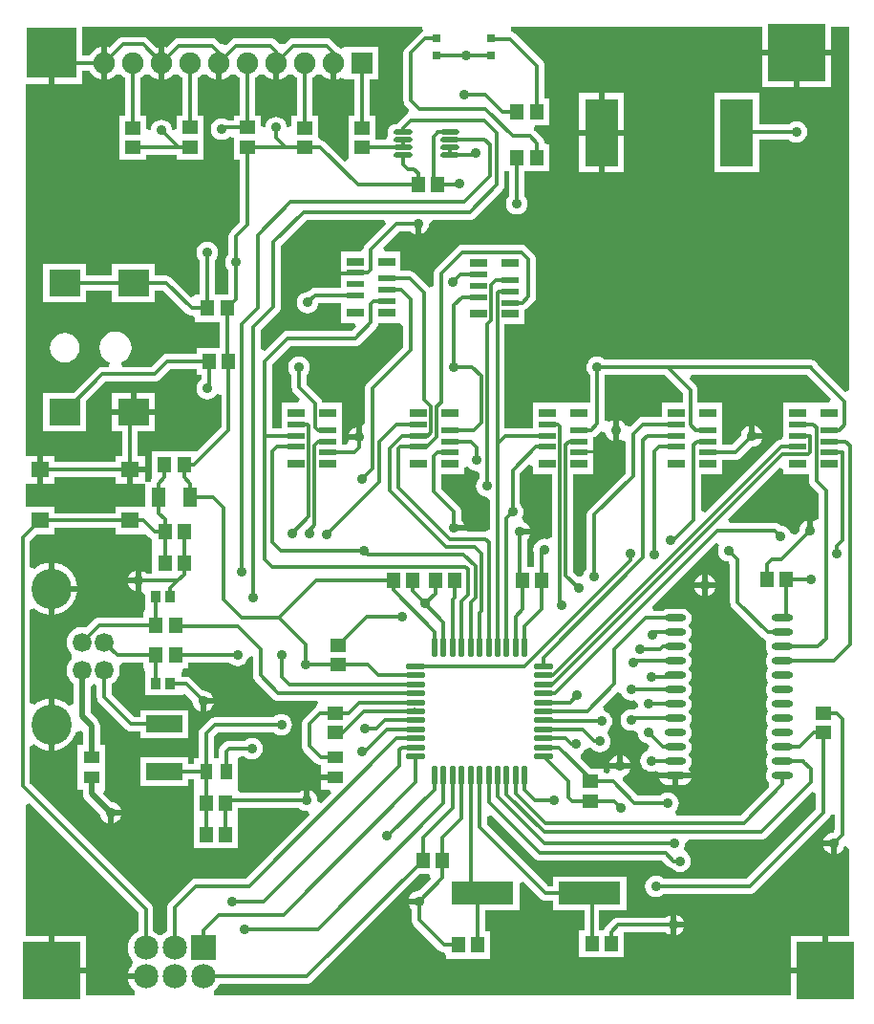
<source format=gtl>
G04 Layer_Physical_Order=1*
G04 Layer_Color=255*
%FSAX24Y24*%
%MOIN*%
G70*
G01*
G75*
%ADD10O,0.0669X0.0177*%
%ADD11R,0.0630X0.0551*%
%ADD12R,0.0315X0.0315*%
%ADD13R,0.1181X0.2362*%
%ADD14R,0.0591X0.0236*%
%ADD15R,0.0591X0.0315*%
%ADD16R,0.0472X0.0551*%
%ADD17O,0.0748X0.0236*%
%ADD18O,0.0689X0.0217*%
%ADD19O,0.0217X0.0689*%
%ADD20R,0.0453X0.0551*%
%ADD21R,0.0551X0.0453*%
%ADD22R,0.0453X0.0532*%
%ADD23R,0.1102X0.0945*%
%ADD24R,0.0512X0.0669*%
%ADD25R,0.2165X0.0787*%
%ADD26R,0.0551X0.0472*%
%ADD27R,0.0559X0.0445*%
%ADD28R,0.0445X0.0559*%
%ADD29R,0.0354X0.0394*%
%ADD30R,0.1260X0.0591*%
%ADD31C,0.0120*%
%ADD32C,0.0200*%
%ADD33C,0.0662*%
%ADD34C,0.1410*%
%ADD35C,0.0750*%
%ADD36R,0.0750X0.0750*%
%ADD37C,0.0850*%
%ADD38R,0.0850X0.0850*%
%ADD39R,0.1750X0.1750*%
%ADD40R,0.2000X0.2000*%
%ADD41C,0.0350*%
G36*
X033538Y031641D02*
Y031307D01*
X032805D01*
Y030819D01*
X032156D01*
X032156Y030819D01*
X032088Y030810D01*
X032025Y030783D01*
X031971Y030742D01*
X031971Y030742D01*
X031708Y030479D01*
X031698Y030476D01*
X031536Y030519D01*
X031528Y030539D01*
X031467Y030617D01*
X031389Y030678D01*
X031300Y030714D01*
Y030350D01*
Y029986D01*
X031389Y030022D01*
X031538Y029947D01*
Y028859D01*
X030265Y027585D01*
X030223Y027531D01*
X030197Y027468D01*
X030188Y027400D01*
X030188Y027400D01*
Y025521D01*
X030183Y025517D01*
X030122Y025439D01*
X030085Y025348D01*
X030084Y025342D01*
X030029Y025262D01*
X029875Y025246D01*
X029722Y025399D01*
Y028821D01*
X030398D01*
Y029254D01*
Y029536D01*
X029902D01*
Y029648D01*
X030398D01*
Y029648D01*
Y030103D01*
X030418Y030106D01*
X030481Y030132D01*
X030535Y030174D01*
X030675Y030314D01*
X030834Y030260D01*
X030835Y030252D01*
X030872Y030161D01*
X030933Y030083D01*
X031011Y030022D01*
X031100Y029986D01*
Y030350D01*
Y030714D01*
X031011Y030678D01*
X030972Y030647D01*
X030843Y030695D01*
X030822Y030713D01*
Y032269D01*
X030827Y032273D01*
X030831Y032278D01*
X032901D01*
X033538Y031641D01*
D02*
G37*
G36*
X037055Y028988D02*
Y028821D01*
X037938D01*
Y028590D01*
X037938Y028590D01*
X037947Y028522D01*
X037973Y028459D01*
X038015Y028405D01*
X038268Y028151D01*
Y027281D01*
X038243Y027252D01*
X038118Y027189D01*
X038080Y027204D01*
Y026840D01*
X037880D01*
Y027204D01*
X037791Y027168D01*
X037713Y027107D01*
X037652Y027029D01*
X037615Y026938D01*
X037602Y026840D01*
X037603Y026833D01*
X037473Y026703D01*
X037315Y026748D01*
X037278Y026839D01*
X037217Y026917D01*
X037139Y026978D01*
X037048Y027015D01*
X036950Y027028D01*
X036943Y027027D01*
X036935Y027035D01*
X036881Y027077D01*
X036818Y027103D01*
X036750Y027112D01*
X036750Y027112D01*
X035179D01*
X035122Y027251D01*
X036916Y029045D01*
X037055Y028988D01*
D02*
G37*
G36*
X038714Y031446D02*
X038657Y031307D01*
X038157D01*
X038157Y031307D01*
X038045D01*
Y031307D01*
X038007Y031307D01*
X037055D01*
Y030593D01*
Y030142D01*
X036969Y030031D01*
X036901Y030022D01*
X036838Y029996D01*
X036783Y029954D01*
X036783Y029954D01*
X034321Y027492D01*
X034182Y027549D01*
Y028821D01*
X034898D01*
Y029310D01*
X035372D01*
X035372Y029310D01*
X035440Y029319D01*
X035503Y029345D01*
X035557Y029387D01*
X035943Y029773D01*
X035950Y029772D01*
X036048Y029785D01*
X036139Y029822D01*
X036217Y029883D01*
X036278Y029961D01*
X036314Y030050D01*
X035950D01*
Y030150D01*
X035850D01*
Y030514D01*
X035761Y030478D01*
X035683Y030417D01*
X035622Y030339D01*
X035585Y030248D01*
X035572Y030150D01*
X035573Y030143D01*
X035263Y029834D01*
X034898D01*
Y030041D01*
Y030593D01*
Y031307D01*
X034062D01*
Y031750D01*
X034062Y031750D01*
X034053Y031818D01*
X034027Y031881D01*
X033985Y031935D01*
X033985Y031935D01*
X033781Y032140D01*
X033839Y032278D01*
X037882D01*
X038714Y031446D01*
D02*
G37*
G36*
X023178Y037549D02*
X022465Y036835D01*
X022423Y036781D01*
X022397Y036718D01*
X022388Y036650D01*
X022265Y036585D01*
X021602D01*
Y035870D01*
Y035870D01*
X022098D01*
Y035759D01*
X021602D01*
Y035516D01*
Y035309D01*
X020697D01*
X020697Y035309D01*
X020629Y035300D01*
X020566Y035274D01*
X020511Y035232D01*
X020511Y035232D01*
X020457Y035177D01*
X020450Y035178D01*
X020352Y035165D01*
X020261Y035128D01*
X020183Y035067D01*
X020122Y034989D01*
X020085Y034898D01*
X020072Y034800D01*
X020085Y034702D01*
X020122Y034611D01*
X020183Y034533D01*
X020261Y034472D01*
X020352Y034435D01*
X020450Y034422D01*
X020548Y034435D01*
X020639Y034472D01*
X020717Y034533D01*
X020778Y034611D01*
X020815Y034702D01*
X020826Y034785D01*
X021602D01*
Y034099D01*
X022082D01*
X022139Y033960D01*
X021991Y033812D01*
X019750D01*
X019750Y033812D01*
X019682Y033803D01*
X019619Y033777D01*
X019565Y033735D01*
X019565Y033735D01*
X018951Y033122D01*
X018812Y033179D01*
Y033841D01*
X019435Y034465D01*
X019435Y034465D01*
X019477Y034519D01*
X019503Y034582D01*
X019512Y034650D01*
Y036791D01*
X020409Y037688D01*
X023121D01*
X023178Y037549D01*
D02*
G37*
G36*
X023695Y034099D02*
X023788Y033987D01*
Y033259D01*
X022515Y031985D01*
X022473Y031931D01*
X022447Y031868D01*
X022438Y031800D01*
X022438Y031800D01*
Y030573D01*
X022350Y030515D01*
Y030100D01*
X022250D01*
Y030000D01*
X021886D01*
X021892Y029984D01*
X021805Y029838D01*
X021799Y029834D01*
X021648D01*
Y030041D01*
Y030593D01*
Y031307D01*
X020967D01*
X020960Y031361D01*
X020934Y031424D01*
X020893Y031478D01*
X020893Y031478D01*
X020412Y031959D01*
Y032279D01*
X020417Y032283D01*
X020478Y032361D01*
X020515Y032452D01*
X020528Y032550D01*
X020515Y032648D01*
X020478Y032739D01*
X020417Y032817D01*
X020339Y032878D01*
X020248Y032915D01*
X020150Y032928D01*
X020052Y032915D01*
X019961Y032878D01*
X019883Y032817D01*
X019822Y032739D01*
X019785Y032648D01*
X019772Y032550D01*
X019785Y032452D01*
X019822Y032361D01*
X019883Y032283D01*
X019888Y032279D01*
Y031850D01*
X019888Y031850D01*
X019897Y031782D01*
X019923Y031719D01*
X019965Y031665D01*
X020183Y031446D01*
X020126Y031307D01*
X019555D01*
Y030593D01*
Y030425D01*
X019212D01*
Y032641D01*
X019859Y033288D01*
X022100D01*
X022100Y033288D01*
X022168Y033297D01*
X022231Y033323D01*
X022285Y033365D01*
X022835Y033915D01*
X022835Y033915D01*
X022877Y033969D01*
X022903Y034032D01*
X022912Y034099D01*
X023695D01*
D02*
G37*
G36*
X026083Y029033D02*
X026161Y028972D01*
X026252Y028935D01*
X026350Y028922D01*
X026448Y028836D01*
Y028679D01*
X026433Y028667D01*
X026372Y028589D01*
X026335Y028498D01*
X026322Y028400D01*
X026335Y028302D01*
X026372Y028211D01*
X026433Y028133D01*
X026511Y028072D01*
X026602Y028035D01*
X026700Y028022D01*
X026805Y027884D01*
Y026924D01*
X026789Y026897D01*
X026660Y026802D01*
X026660Y026802D01*
X026047D01*
X026008Y026850D01*
X025550D01*
Y027050D01*
X025914D01*
X025878Y027139D01*
X025817Y027217D01*
X025812Y027221D01*
Y027500D01*
X025803Y027568D01*
X025777Y027631D01*
X025735Y027685D01*
X025735Y027685D01*
X025112Y028309D01*
Y028821D01*
X025898D01*
Y029040D01*
X025902Y029042D01*
X026048Y029078D01*
X026083Y029033D01*
D02*
G37*
G36*
X038188Y017675D02*
Y017139D01*
X035761Y014712D01*
X032871D01*
X032867Y014717D01*
X032789Y014778D01*
X032698Y014815D01*
X032600Y014828D01*
X032502Y014815D01*
X032411Y014778D01*
X032333Y014717D01*
X032272Y014639D01*
X032235Y014548D01*
X032222Y014450D01*
X032235Y014352D01*
X032272Y014261D01*
X032333Y014183D01*
X032411Y014122D01*
X032502Y014085D01*
X032600Y014072D01*
X032698Y014085D01*
X032789Y014122D01*
X032867Y014183D01*
X032871Y014188D01*
X035870D01*
X035870Y014188D01*
X035938Y014197D01*
X036001Y014223D01*
X036055Y014265D01*
X038635Y016845D01*
X038677Y016899D01*
X038703Y016962D01*
X038848Y016935D01*
Y016475D01*
X038820Y016328D01*
X038722Y016315D01*
X038631Y016278D01*
X038553Y016217D01*
X038492Y016139D01*
X038456Y016050D01*
X038820D01*
Y015950D01*
X038920D01*
Y015586D01*
X039009Y015622D01*
X039087Y015683D01*
X039148Y015761D01*
X039185Y015852D01*
X039200Y015857D01*
X039350Y015745D01*
Y012700D01*
X038600D01*
Y011500D01*
X038500D01*
Y011400D01*
X037300D01*
Y010650D01*
X017223D01*
X017196Y010697D01*
X017176Y010800D01*
X017244Y010856D01*
X017322Y010951D01*
X017369Y011038D01*
X020415D01*
X020415Y011038D01*
X020483Y011047D01*
X020546Y011073D01*
X020601Y011115D01*
X024361Y014874D01*
X024691D01*
X024754Y014724D01*
X024337Y014307D01*
X024330Y014308D01*
X024232Y014295D01*
X024141Y014258D01*
X024063Y014197D01*
X024002Y014119D01*
X023966Y014030D01*
X024330D01*
Y013830D01*
X023966D01*
X024002Y013741D01*
X024063Y013663D01*
X024068Y013659D01*
Y013270D01*
X024068Y013270D01*
X024077Y013202D01*
X024103Y013139D01*
X024145Y013085D01*
X025015Y012215D01*
X025015Y012215D01*
X025069Y012173D01*
X025132Y012147D01*
X025200Y012138D01*
X025264Y012015D01*
Y011924D01*
X026806D01*
Y012876D01*
X026632D01*
Y013606D01*
X027833D01*
Y014550D01*
X027971Y014608D01*
X028565Y014015D01*
X028565Y014015D01*
X028619Y013973D01*
X028682Y013947D01*
X028750Y013938D01*
X028750Y013938D01*
X029007D01*
Y013606D01*
X030103D01*
Y012926D01*
X029929D01*
Y011974D01*
X031471D01*
Y012838D01*
X032949D01*
X032953Y012833D01*
X033031Y012772D01*
X033120Y012736D01*
Y013100D01*
Y013464D01*
X033031Y013428D01*
X032953Y013367D01*
X032949Y013362D01*
X031280D01*
X031280Y013362D01*
X031212Y013353D01*
X031149Y013327D01*
X031095Y013285D01*
X031095Y013285D01*
X030849Y013040D01*
X030808Y012986D01*
X030783Y012926D01*
X030628D01*
Y013606D01*
X031573D01*
Y014794D01*
X029007D01*
Y014465D01*
X028857Y014463D01*
X026712Y016609D01*
Y016871D01*
X026851Y016928D01*
X028365Y015415D01*
X028365Y015415D01*
X028419Y015373D01*
X028482Y015347D01*
X028550Y015338D01*
X032821D01*
X033015Y015145D01*
X033015Y015145D01*
X033069Y015103D01*
X033132Y015077D01*
X033176Y015071D01*
X033183Y015063D01*
X033261Y015002D01*
X033352Y014965D01*
X033450Y014952D01*
X033548Y014965D01*
X033639Y015002D01*
X033717Y015063D01*
X033778Y015141D01*
X033815Y015232D01*
X033828Y015330D01*
X033815Y015428D01*
X033778Y015519D01*
X033717Y015597D01*
X033669Y015634D01*
X033578Y015761D01*
X033615Y015852D01*
X033628Y015950D01*
X033752Y016088D01*
X036280D01*
X036280Y016088D01*
X036348Y016097D01*
X036411Y016123D01*
X036465Y016165D01*
X038038Y017737D01*
X038188Y017675D01*
D02*
G37*
G36*
X014538Y013541D02*
Y012869D01*
X014451Y012822D01*
X014356Y012744D01*
X014278Y012649D01*
X014220Y012540D01*
X014184Y012423D01*
X014172Y012300D01*
X014184Y012177D01*
X014220Y012060D01*
X014278Y011951D01*
X014316Y011905D01*
X014342Y011800D01*
X014316Y011695D01*
X014278Y011649D01*
X014220Y011540D01*
X014184Y011423D01*
X014182Y011400D01*
X014800D01*
Y011200D01*
X014182D01*
X014184Y011177D01*
X014220Y011060D01*
X014278Y010951D01*
X014356Y010856D01*
X014424Y010800D01*
X014404Y010697D01*
X014377Y010650D01*
X012700D01*
Y011400D01*
X011500D01*
Y011500D01*
X011400D01*
Y012700D01*
X010600D01*
Y017283D01*
X010739Y017341D01*
X014538Y013541D01*
D02*
G37*
G36*
X034823Y026340D02*
X034822Y026339D01*
X034785Y026248D01*
X034772Y026150D01*
X034785Y026052D01*
X034822Y025961D01*
X034883Y025883D01*
X034961Y025822D01*
X035052Y025785D01*
X035150Y025772D01*
X035188Y025631D01*
Y024350D01*
X035188Y024350D01*
X035197Y024282D01*
X035223Y024219D01*
X035265Y024165D01*
X036315Y023115D01*
X036315Y023115D01*
X036369Y023073D01*
X036380Y023068D01*
X036438Y023009D01*
X036458Y022892D01*
X036454Y022883D01*
X036443Y022800D01*
X036454Y022717D01*
X036486Y022640D01*
X036527Y022550D01*
X036486Y022460D01*
X036454Y022383D01*
X036443Y022300D01*
X036454Y022217D01*
X036486Y022140D01*
X036527Y022050D01*
X036486Y021960D01*
X036454Y021883D01*
X036443Y021800D01*
X036454Y021717D01*
X036486Y021640D01*
X036527Y021550D01*
X036486Y021460D01*
X036454Y021383D01*
X036443Y021300D01*
X036454Y021217D01*
X036486Y021140D01*
X036527Y021050D01*
X036486Y020960D01*
X036454Y020883D01*
X036443Y020800D01*
X036454Y020717D01*
X036486Y020640D01*
X036527Y020550D01*
X036486Y020460D01*
X036454Y020383D01*
X036443Y020300D01*
X036454Y020217D01*
X036486Y020140D01*
X036527Y020050D01*
X036486Y019960D01*
X036454Y019883D01*
X036443Y019800D01*
X036454Y019717D01*
X036486Y019640D01*
X036527Y019550D01*
X036486Y019460D01*
X036454Y019383D01*
X036443Y019300D01*
X036454Y019217D01*
X036486Y019140D01*
X036527Y019050D01*
X036486Y018960D01*
X036454Y018883D01*
X036443Y018800D01*
X036454Y018717D01*
X036486Y018640D01*
X036527Y018550D01*
X036486Y018460D01*
X036454Y018383D01*
X036443Y018300D01*
X036454Y018217D01*
X036486Y018140D01*
X036537Y018073D01*
X036544Y017895D01*
X035561Y016912D01*
X033325D01*
X033274Y017062D01*
X033287Y017073D01*
X033348Y017151D01*
X033385Y017242D01*
X033398Y017340D01*
X033385Y017438D01*
X033348Y017529D01*
X033287Y017607D01*
X033209Y017668D01*
X033118Y017705D01*
X033020Y017718D01*
X032922Y017705D01*
X032831Y017668D01*
X032753Y017607D01*
X032749Y017602D01*
X031969D01*
X031439Y018132D01*
X031442Y018192D01*
X031484Y018299D01*
X031539Y018322D01*
X031617Y018383D01*
X031678Y018461D01*
X031714Y018550D01*
X030986D01*
X031001Y018512D01*
X030938Y018387D01*
X030926Y018377D01*
X030776Y018405D01*
Y018536D01*
X030335D01*
X029969Y018902D01*
X029988Y019062D01*
X030001Y019082D01*
X030067Y019133D01*
X030128Y019211D01*
X030136Y019231D01*
X030172Y019255D01*
X030292Y019282D01*
X030312Y019278D01*
X030319Y019273D01*
X030367Y019253D01*
X030383Y019233D01*
X030461Y019172D01*
X030552Y019135D01*
X030650Y019122D01*
X030748Y019135D01*
X030839Y019172D01*
X030917Y019233D01*
X030978Y019311D01*
X031015Y019402D01*
X031028Y019500D01*
X031015Y019598D01*
X030978Y019689D01*
X030944Y019733D01*
X030923Y019787D01*
X030958Y019925D01*
X030967Y019933D01*
X031028Y020011D01*
X031065Y020102D01*
X031078Y020200D01*
X031065Y020298D01*
X031028Y020389D01*
X030967Y020467D01*
X030889Y020528D01*
X030798Y020565D01*
X030745Y020724D01*
X031232Y021211D01*
X031292Y021208D01*
X031399Y021166D01*
X031422Y021111D01*
X031483Y021033D01*
X031561Y020972D01*
X031652Y020935D01*
X031750Y020922D01*
X031848Y020935D01*
X031975Y020825D01*
X031972Y020800D01*
X031982Y020722D01*
X031937Y020667D01*
X031860Y020610D01*
X031848Y020615D01*
X031750Y020628D01*
X031652Y020615D01*
X031561Y020578D01*
X031483Y020517D01*
X031422Y020439D01*
X031385Y020348D01*
X031372Y020250D01*
X031385Y020152D01*
X031422Y020061D01*
X031483Y019983D01*
X031561Y019922D01*
X031652Y019885D01*
X031750Y019872D01*
X031831Y019882D01*
X031876Y019864D01*
X031975Y019775D01*
X031985Y019702D01*
X032022Y019611D01*
X032083Y019533D01*
X032161Y019472D01*
X032252Y019435D01*
X032306Y019428D01*
X032366Y019344D01*
X032351Y019278D01*
X032316Y019189D01*
X032241Y019158D01*
X032163Y019097D01*
X032102Y019019D01*
X032065Y018928D01*
X032052Y018830D01*
X032065Y018732D01*
X032102Y018641D01*
X032163Y018563D01*
X032241Y018502D01*
X032332Y018465D01*
X032430Y018452D01*
X032528Y018465D01*
X032597Y018493D01*
X032658Y018457D01*
X032706Y018400D01*
X033280D01*
X033839D01*
X033814Y018460D01*
X033763Y018527D01*
Y018573D01*
X033814Y018640D01*
X033846Y018717D01*
X033857Y018800D01*
X033846Y018883D01*
X033814Y018960D01*
X033763Y019027D01*
Y019073D01*
X033814Y019140D01*
X033846Y019217D01*
X033857Y019300D01*
X033846Y019383D01*
X033814Y019460D01*
X033763Y019527D01*
Y019573D01*
X033814Y019640D01*
X033846Y019717D01*
X033857Y019800D01*
X033846Y019883D01*
X033814Y019960D01*
X033773Y020050D01*
X033814Y020140D01*
X033846Y020217D01*
X033857Y020300D01*
X033846Y020383D01*
X033814Y020460D01*
X033763Y020527D01*
Y020573D01*
X033814Y020640D01*
X033846Y020717D01*
X033857Y020800D01*
X033846Y020883D01*
X033814Y020960D01*
X033763Y021027D01*
Y021073D01*
X033814Y021140D01*
X033846Y021217D01*
X033857Y021300D01*
X033846Y021383D01*
X033814Y021460D01*
X033763Y021527D01*
Y021573D01*
X033814Y021640D01*
X033846Y021717D01*
X033857Y021800D01*
X033846Y021883D01*
X033814Y021960D01*
X033763Y022027D01*
Y022073D01*
X033814Y022140D01*
X033846Y022217D01*
X033857Y022300D01*
X033846Y022383D01*
X033814Y022460D01*
X033763Y022527D01*
Y022573D01*
X033814Y022640D01*
X033846Y022717D01*
X033857Y022800D01*
X033846Y022883D01*
X033814Y022960D01*
X033763Y023027D01*
Y023073D01*
X033814Y023140D01*
X033846Y023217D01*
X033857Y023300D01*
X033846Y023383D01*
X033814Y023460D01*
X033763Y023527D01*
Y023573D01*
X033814Y023640D01*
X033846Y023717D01*
X033857Y023800D01*
X033846Y023883D01*
X033814Y023960D01*
X033763Y024027D01*
X033696Y024078D01*
X033619Y024110D01*
X033536Y024121D01*
X033024D01*
X032941Y024110D01*
X032864Y024078D01*
X032843Y024062D01*
X032529D01*
X032472Y024201D01*
X034710Y026440D01*
X034823Y026340D01*
D02*
G37*
G36*
X028305Y029088D02*
Y028821D01*
X028978D01*
Y026637D01*
X028962Y026617D01*
X028828Y026543D01*
X028798Y026555D01*
X028700Y026568D01*
X028602Y026555D01*
X028511Y026518D01*
X028433Y026457D01*
X028372Y026379D01*
X028335Y026288D01*
X028322Y026190D01*
X028335Y026092D01*
X028357Y026038D01*
Y025576D01*
X028112D01*
Y026529D01*
X028117Y026533D01*
X028178Y026611D01*
X028214Y026700D01*
X027850D01*
Y026900D01*
X028214D01*
X028178Y026989D01*
X028117Y027067D01*
X028039Y027128D01*
X027991Y027147D01*
X027931Y027283D01*
X027928Y027307D01*
X027931Y027319D01*
X027965Y027402D01*
X027978Y027500D01*
X027965Y027598D01*
X027928Y027689D01*
X027867Y027767D01*
X027862Y027771D01*
Y028841D01*
X028166Y029145D01*
X028305Y029088D01*
D02*
G37*
G36*
X013735Y026724D02*
X014765D01*
Y026724D01*
X014793Y026736D01*
X014915Y026615D01*
X014915Y026615D01*
X014969Y026573D01*
X015029Y026548D01*
Y026324D01*
X015029D01*
Y026176D01*
X015029D01*
X015029Y026174D01*
Y025362D01*
X014821D01*
X014817Y025367D01*
X014739Y025428D01*
X014650Y025464D01*
Y025100D01*
Y024711D01*
X014708Y024678D01*
X014767Y024622D01*
Y024153D01*
X014767D01*
X014737Y024016D01*
X014729D01*
Y023812D01*
X013164D01*
X013164Y023812D01*
X013096Y023803D01*
X013033Y023777D01*
X012978Y023735D01*
X012978Y023735D01*
X012711Y023468D01*
X012706Y023471D01*
X012567Y023489D01*
X012428Y023471D01*
X012299Y023417D01*
X012188Y023332D01*
X012103Y023221D01*
X012049Y023092D01*
X012031Y022953D01*
X012049Y022815D01*
X012103Y022685D01*
X012188Y022574D01*
X012215Y022554D01*
Y022368D01*
X012188Y022348D01*
X012103Y022237D01*
X012049Y022108D01*
X012031Y021969D01*
X012049Y021830D01*
X012103Y021701D01*
X012188Y021590D01*
X012264Y021532D01*
Y020823D01*
X012215Y020787D01*
X012114Y020758D01*
X012005Y020847D01*
X011848Y020931D01*
X011677Y020983D01*
X011600Y020991D01*
Y020091D01*
Y019191D01*
X011677Y019199D01*
X011848Y019251D01*
X012005Y019335D01*
X012143Y019448D01*
X012256Y019586D01*
X012340Y019743D01*
X012363Y019820D01*
X012535Y019879D01*
X012597Y019832D01*
Y019371D01*
X012420D01*
Y018526D01*
Y017829D01*
X012597D01*
Y017680D01*
X012608Y017602D01*
X012638Y017529D01*
X012686Y017466D01*
X013199Y016953D01*
X013205Y016912D01*
X013242Y016821D01*
X013303Y016743D01*
X013381Y016682D01*
X013470Y016646D01*
Y017010D01*
X013570D01*
Y017110D01*
X013934D01*
X013898Y017199D01*
X013837Y017277D01*
X013759Y017338D01*
X013668Y017375D01*
X013627Y017381D01*
X013329Y017679D01*
X013380Y017829D01*
X013380D01*
Y018526D01*
Y019371D01*
X013203D01*
Y020050D01*
X013203Y020050D01*
X013192Y020128D01*
X013162Y020201D01*
X013114Y020264D01*
X013114Y020264D01*
X012870Y020508D01*
Y021432D01*
X013010Y021513D01*
X013092Y021464D01*
Y021046D01*
X013092Y021046D01*
X013101Y020978D01*
X013127Y020915D01*
X013169Y020860D01*
X014111Y019918D01*
X014111Y019918D01*
X014165Y019876D01*
X014229Y019850D01*
X014296Y019841D01*
X014620D01*
Y019608D01*
X016280D01*
Y020599D01*
X014620D01*
Y020366D01*
X014405D01*
X013617Y021154D01*
Y021503D01*
X013622Y021505D01*
X013733Y021590D01*
X013818Y021701D01*
X013872Y021830D01*
X013890Y021969D01*
X013874Y022088D01*
X013886Y022125D01*
X013980Y022238D01*
X014729D01*
Y022034D01*
X014737D01*
X014767Y021897D01*
X014767D01*
Y021103D01*
X016033D01*
Y021103D01*
X016183Y021146D01*
X016423Y020907D01*
X016422Y020900D01*
X016435Y020802D01*
X016472Y020711D01*
X016533Y020633D01*
X016611Y020572D01*
X016700Y020536D01*
Y020900D01*
X016800D01*
Y021000D01*
X017164D01*
X017128Y021089D01*
X017067Y021167D01*
X016989Y021228D01*
X016898Y021265D01*
X016800Y021278D01*
X016793Y021277D01*
X016385Y021685D01*
X016331Y021727D01*
X016268Y021753D01*
X016200Y021762D01*
X016200Y021762D01*
X016070D01*
X016060Y021799D01*
X016040Y021894D01*
X016121Y022034D01*
X016271D01*
Y022238D01*
X017729D01*
X017733Y022233D01*
X017811Y022172D01*
X017902Y022135D01*
X018000Y022122D01*
X018098Y022135D01*
X018189Y022172D01*
X018267Y022233D01*
X018328Y022311D01*
X018361Y022392D01*
X018370Y022404D01*
X018525Y022467D01*
X018538Y022459D01*
Y021800D01*
X018538Y021800D01*
X018547Y021732D01*
X018573Y021669D01*
X018615Y021615D01*
X019235Y020994D01*
X019235Y020994D01*
X019289Y020953D01*
X019352Y020927D01*
X019420Y020918D01*
X019420Y020918D01*
X020778D01*
X020801Y020887D01*
X020804Y020861D01*
X020754Y020712D01*
X020699Y020670D01*
X020699Y020670D01*
X020315Y020285D01*
X020273Y020231D01*
X020247Y020168D01*
X020238Y020100D01*
X020238Y020100D01*
Y019350D01*
X020238Y019350D01*
X020247Y019282D01*
X020273Y019219D01*
X020315Y019165D01*
X020715Y018765D01*
X020715Y018765D01*
X020769Y018723D01*
X020832Y018697D01*
X020900Y018688D01*
X020920D01*
Y018528D01*
Y018353D01*
X021400D01*
Y018153D01*
X020920D01*
Y017831D01*
X021214D01*
X021271Y017692D01*
X020926Y017347D01*
X020784Y017417D01*
X020788Y017450D01*
X020775Y017548D01*
X020738Y017639D01*
X020677Y017717D01*
X020599Y017778D01*
X020510Y017814D01*
Y017450D01*
X020310D01*
Y017814D01*
X020221Y017778D01*
X020143Y017717D01*
X020139Y017712D01*
X018109D01*
X018021Y017826D01*
Y017970D01*
X018021D01*
Y018930D01*
X018147Y018988D01*
X018229D01*
X018233Y018983D01*
X018311Y018922D01*
X018402Y018885D01*
X018500Y018872D01*
X018598Y018885D01*
X018689Y018922D01*
X018767Y018983D01*
X018828Y019061D01*
X018865Y019152D01*
X018878Y019250D01*
X018865Y019348D01*
X018828Y019439D01*
X018767Y019517D01*
X018689Y019578D01*
X018598Y019615D01*
X018500Y019628D01*
X018402Y019615D01*
X018311Y019578D01*
X018233Y019517D01*
X018229Y019512D01*
X017700D01*
X017700Y019512D01*
X017632Y019503D01*
X017569Y019477D01*
X017515Y019435D01*
X017515Y019435D01*
X017413Y019334D01*
X017371Y019280D01*
X017345Y019216D01*
X017336Y019148D01*
X017336Y019148D01*
Y018930D01*
X017164D01*
Y019661D01*
X017320Y019818D01*
X019259D01*
X019263Y019813D01*
X019341Y019752D01*
X019432Y019715D01*
X019530Y019702D01*
X019628Y019715D01*
X019719Y019752D01*
X019797Y019813D01*
X019858Y019891D01*
X019895Y019982D01*
X019908Y020080D01*
X019895Y020178D01*
X019858Y020269D01*
X019797Y020347D01*
X019719Y020408D01*
X019628Y020445D01*
X019530Y020458D01*
X019432Y020445D01*
X019341Y020408D01*
X019263Y020347D01*
X019259Y020342D01*
X017212D01*
X017212Y020342D01*
X017144Y020333D01*
X017080Y020307D01*
X017026Y020265D01*
X017026Y020265D01*
X016716Y019955D01*
X016674Y019901D01*
X016648Y019838D01*
X016639Y019770D01*
X016639Y019770D01*
Y018930D01*
X016479D01*
Y018712D01*
X016280D01*
Y018945D01*
X014620D01*
Y017955D01*
X016280D01*
Y018188D01*
X016479D01*
Y017970D01*
X016479D01*
X016479Y017860D01*
X016470Y017710D01*
X016470Y017679D01*
X016467Y016726D01*
X016464D01*
Y015774D01*
X018006D01*
Y016874D01*
X018021D01*
Y017188D01*
X020139D01*
X020143Y017183D01*
X020221Y017122D01*
X020312Y017085D01*
X020410Y017072D01*
X020443Y017076D01*
X020513Y016934D01*
X018291Y014712D01*
X016550D01*
X016550Y014712D01*
X016482Y014703D01*
X016419Y014677D01*
X016365Y014635D01*
X016365Y014635D01*
X015615Y013885D01*
X015573Y013831D01*
X015547Y013768D01*
X015538Y013700D01*
X015538Y013700D01*
Y012869D01*
X015451Y012822D01*
X015356Y012744D01*
X015244D01*
X015149Y012822D01*
X015062Y012869D01*
Y013650D01*
X015053Y013718D01*
X015027Y013781D01*
X014985Y013835D01*
X014985Y013835D01*
X010762Y018059D01*
Y019332D01*
X010912Y019403D01*
X010995Y019335D01*
X011152Y019251D01*
X011323Y019199D01*
X011400Y019191D01*
Y020091D01*
Y020991D01*
X011323Y020983D01*
X011152Y020931D01*
X010995Y020847D01*
X010912Y020779D01*
X010762Y020850D01*
Y024072D01*
X010912Y024143D01*
X010995Y024075D01*
X011152Y023991D01*
X011323Y023939D01*
X011400Y023932D01*
Y024831D01*
Y025731D01*
X011323Y025723D01*
X011152Y025671D01*
X010995Y025587D01*
X010912Y025520D01*
X010762Y025590D01*
Y026491D01*
X010996Y026724D01*
X011615D01*
Y026938D01*
X013735D01*
Y026724D01*
D02*
G37*
G36*
X019450Y042583D02*
X019500Y042590D01*
X019640Y042648D01*
X019760Y042740D01*
X019775Y042759D01*
X019925D01*
X019940Y042740D01*
X020060Y042648D01*
X020088Y042636D01*
Y041321D01*
X019874D01*
Y040939D01*
X019724Y040929D01*
X019715Y040998D01*
X019678Y041089D01*
X019617Y041167D01*
X019539Y041228D01*
X019448Y041265D01*
X019350Y041278D01*
X019252Y041265D01*
X019161Y041228D01*
X019083Y041167D01*
X019022Y041089D01*
X018985Y040998D01*
X018976Y040929D01*
X018826Y040939D01*
Y041326D01*
X018612D01*
Y042636D01*
X018640Y042648D01*
X018760Y042740D01*
X018775Y042759D01*
X018925D01*
X018940Y042740D01*
X019060Y042648D01*
X019200Y042590D01*
X019250Y042583D01*
Y043150D01*
X019450D01*
Y042583D01*
D02*
G37*
G36*
X024482Y044253D02*
X024419Y044227D01*
X024365Y044185D01*
X024365Y044185D01*
X023865Y043685D01*
X023823Y043631D01*
X023797Y043568D01*
X023788Y043500D01*
X023788Y043500D01*
Y041850D01*
X023788Y041850D01*
X023797Y041782D01*
X023823Y041719D01*
X023865Y041665D01*
X023975Y041554D01*
X023977Y041512D01*
X023934Y041383D01*
X023919Y041377D01*
X023865Y041335D01*
X023865Y041335D01*
X023588Y041059D01*
X023562Y041025D01*
X023527D01*
X023452Y041015D01*
X023382Y040986D01*
X023321Y040940D01*
X023275Y040879D01*
X023246Y040809D01*
X023236Y040734D01*
X023246Y040659D01*
X023260Y040625D01*
X023193Y040484D01*
X022826D01*
Y041321D01*
X022612D01*
Y042575D01*
X022925D01*
Y043725D01*
X021775D01*
Y043725D01*
X021649Y043667D01*
X021625Y043658D01*
X021518Y043703D01*
X021285Y043935D01*
X021231Y043977D01*
X021168Y044003D01*
X021100Y044012D01*
X021100Y044012D01*
X019950D01*
X019950Y044012D01*
X019882Y044003D01*
X019819Y043977D01*
X019765Y043935D01*
X019765Y043935D01*
X019650Y043821D01*
X019444Y043827D01*
X019335Y043935D01*
X019281Y043977D01*
X019218Y044003D01*
X019150Y044012D01*
X019150Y044012D01*
X017950D01*
X017950Y044012D01*
X017882Y044003D01*
X017819Y043977D01*
X017765Y043935D01*
X017765Y043935D01*
X017628Y043799D01*
X017420Y043801D01*
X017285Y043935D01*
X017231Y043977D01*
X017168Y044003D01*
X017100Y044012D01*
X017100Y044012D01*
X015950D01*
X015950Y044012D01*
X015882Y044003D01*
X015819Y043977D01*
X015765Y043935D01*
X015765Y043935D01*
X015528Y043699D01*
X015500Y043710D01*
X015450Y043717D01*
Y043150D01*
Y042583D01*
X015500Y042590D01*
X015640Y042648D01*
X015760Y042740D01*
X015775Y042759D01*
X015925D01*
X015940Y042740D01*
X016060Y042648D01*
X016088Y042636D01*
Y041326D01*
X015874D01*
Y040842D01*
X015864Y040838D01*
X015724Y040829D01*
X015715Y040898D01*
X015678Y040989D01*
X015617Y041067D01*
X015539Y041128D01*
X015448Y041165D01*
X015350Y041178D01*
X015252Y041165D01*
X015161Y041128D01*
X015083Y041067D01*
X015022Y040989D01*
X014985Y040898D01*
X014976Y040829D01*
X014826Y040839D01*
Y041321D01*
X014612D01*
Y042636D01*
X014640Y042648D01*
X014760Y042740D01*
X014775Y042759D01*
X014925D01*
X014940Y042740D01*
X015060Y042648D01*
X015200Y042590D01*
X015250Y042583D01*
Y043150D01*
Y043717D01*
X015200Y043710D01*
X015172Y043699D01*
X014885Y043985D01*
X014831Y044027D01*
X014768Y044053D01*
X014700Y044062D01*
X014700Y044062D01*
X014000D01*
X014000Y044062D01*
X013932Y044053D01*
X013869Y044027D01*
X013815Y043985D01*
X013815Y043985D01*
X013528Y043699D01*
X013500Y043710D01*
X013450Y043717D01*
Y043150D01*
Y042583D01*
X013500Y042590D01*
X013640Y042648D01*
X013760Y042740D01*
X013775Y042759D01*
X013925D01*
X013940Y042740D01*
X014060Y042648D01*
X014088Y042636D01*
Y041321D01*
X013874D01*
Y040468D01*
Y039779D01*
X014826D01*
Y039943D01*
X015874D01*
Y039785D01*
X016826D01*
Y040474D01*
Y041326D01*
X016612D01*
Y042636D01*
X016640Y042648D01*
X016760Y042740D01*
X016775Y042759D01*
X016925D01*
X016940Y042740D01*
X017060Y042648D01*
X017200Y042590D01*
X017250Y042583D01*
Y043150D01*
X017450D01*
Y042583D01*
X017500Y042590D01*
X017640Y042648D01*
X017760Y042740D01*
X017775Y042759D01*
X017925D01*
X017940Y042740D01*
X018060Y042648D01*
X018088Y042636D01*
Y041326D01*
X017874D01*
Y041162D01*
X017659D01*
X017639Y041178D01*
X017548Y041215D01*
X017450Y041228D01*
X017352Y041215D01*
X017261Y041178D01*
X017183Y041117D01*
X017122Y041039D01*
X017085Y040948D01*
X017072Y040850D01*
X017085Y040752D01*
X017122Y040661D01*
X017183Y040583D01*
X017261Y040522D01*
X017352Y040485D01*
X017450Y040472D01*
X017548Y040485D01*
X017639Y040522D01*
X017717Y040583D01*
X017724Y040592D01*
X017874Y040541D01*
Y039785D01*
X018088D01*
Y037609D01*
X017765Y037285D01*
X017723Y037231D01*
X017697Y037168D01*
X017688Y037100D01*
X017688Y037100D01*
Y036471D01*
X017683Y036467D01*
X017622Y036389D01*
X017585Y036298D01*
X017572Y036200D01*
X017585Y036102D01*
X017622Y036011D01*
X017683Y035933D01*
X017688Y035929D01*
Y035076D01*
X017218D01*
Y036283D01*
X017278Y036361D01*
X017315Y036452D01*
X017328Y036550D01*
X017315Y036648D01*
X017278Y036739D01*
X017217Y036817D01*
X017139Y036878D01*
X017048Y036915D01*
X016950Y036928D01*
X016852Y036915D01*
X016761Y036878D01*
X016683Y036817D01*
X016622Y036739D01*
X016585Y036648D01*
X016572Y036550D01*
X016585Y036452D01*
X016622Y036361D01*
X016683Y036283D01*
X016693Y036274D01*
Y035076D01*
X016529D01*
Y035054D01*
X016379Y034992D01*
X015713Y035658D01*
X015659Y035699D01*
X015596Y035725D01*
X015528Y035734D01*
X015528Y035734D01*
X015121D01*
Y036145D01*
X013619D01*
Y035734D01*
X012720D01*
Y036145D01*
X011217D01*
Y034800D01*
X012720D01*
Y035210D01*
X013619D01*
Y034800D01*
X015121D01*
Y035210D01*
X015419D01*
X016215Y034415D01*
X016215Y034415D01*
X016269Y034373D01*
X016332Y034347D01*
X016400Y034338D01*
X016529Y034284D01*
Y034124D01*
X017382D01*
Y033226D01*
X016579D01*
Y033012D01*
X015550D01*
X015550Y033012D01*
X015482Y033003D01*
X015419Y032977D01*
X015365Y032935D01*
X015365Y032935D01*
X014991Y032562D01*
X013973D01*
X013944Y032712D01*
X014020Y032744D01*
X014136Y032833D01*
X014224Y032948D01*
X014280Y033083D01*
X014299Y033228D01*
X014280Y033373D01*
X014224Y033508D01*
X014136Y033623D01*
X014020Y033712D01*
X013885Y033768D01*
X013740Y033787D01*
X013595Y033768D01*
X013461Y033712D01*
X013345Y033623D01*
X013256Y033508D01*
X013200Y033373D01*
X013181Y033228D01*
X013200Y033083D01*
X013256Y032948D01*
X013345Y032833D01*
X013461Y032744D01*
X013537Y032712D01*
X013507Y032562D01*
X013285D01*
X013285Y032562D01*
X013217Y032553D01*
X013153Y032527D01*
X013099Y032485D01*
X013099Y032485D01*
X012270Y031656D01*
X011217D01*
Y030311D01*
X012720D01*
Y031364D01*
X013393Y032038D01*
X015100D01*
X015100Y032038D01*
X015168Y032047D01*
X015231Y032073D01*
X015285Y032115D01*
X015659Y032488D01*
X016579D01*
Y032274D01*
X016743D01*
Y032114D01*
X016683Y032067D01*
X016622Y031989D01*
X016585Y031898D01*
X016572Y031800D01*
X016585Y031702D01*
X016622Y031611D01*
X016683Y031533D01*
X016761Y031472D01*
X016852Y031435D01*
X016950Y031422D01*
X017048Y031435D01*
X017139Y031472D01*
X017217Y031533D01*
X017278Y031611D01*
X017282Y031622D01*
X017432Y031592D01*
Y030473D01*
X016681Y029722D01*
X016571Y029626D01*
Y029626D01*
X016571Y029626D01*
X015029D01*
Y028674D01*
X015029Y028674D01*
X014996Y028567D01*
X014991Y028535D01*
X014793Y028535D01*
X014765Y028673D01*
Y028872D01*
X014350D01*
Y028496D01*
X014659D01*
X014765Y028496D01*
X014793Y028358D01*
Y027814D01*
X014765Y027676D01*
X013735D01*
Y027462D01*
X011615D01*
Y027676D01*
X010600D01*
Y028496D01*
X011000D01*
Y028972D01*
Y029447D01*
X010600D01*
Y042425D01*
X011400D01*
Y043500D01*
X011600D01*
Y042425D01*
X012575D01*
Y042888D01*
X012836D01*
X012848Y042860D01*
X012940Y042740D01*
X013060Y042648D01*
X013200Y042590D01*
X013250Y042583D01*
Y043150D01*
Y043717D01*
X013200Y043710D01*
X013060Y043652D01*
X012940Y043560D01*
X012848Y043440D01*
X012836Y043412D01*
X012575D01*
Y044400D01*
X024459D01*
X024482Y044253D01*
D02*
G37*
G36*
X021450Y042583D02*
X021500Y042590D01*
X021625Y042642D01*
X021648Y042633D01*
X021775Y042575D01*
X021775Y042575D01*
X021775Y042575D01*
X022088D01*
Y041321D01*
X021874D01*
Y040468D01*
Y039809D01*
X021748Y039723D01*
X021080Y040391D01*
X021026Y040433D01*
X020962Y040459D01*
X020894Y040468D01*
X020826Y040588D01*
Y041321D01*
X020612D01*
Y042636D01*
X020640Y042648D01*
X020760Y042740D01*
X020775Y042759D01*
X020925D01*
X020940Y042740D01*
X021060Y042648D01*
X021200Y042590D01*
X021250Y042583D01*
Y043150D01*
X021450D01*
Y042583D01*
D02*
G37*
G36*
X039350Y031748D02*
X039211Y031691D01*
X038241Y032661D01*
X038237Y032672D01*
X038195Y032726D01*
X038141Y032768D01*
X038077Y032794D01*
X038009Y032803D01*
X033009D01*
X033009Y032803D01*
X033009Y032803D01*
X030831D01*
X030827Y032808D01*
X030749Y032868D01*
X030657Y032906D01*
X030559Y032919D01*
X030462Y032906D01*
X030370Y032868D01*
X030292Y032808D01*
X030232Y032730D01*
X030194Y032638D01*
X030181Y032541D01*
X030194Y032443D01*
X030232Y032351D01*
X030292Y032273D01*
X030297Y032269D01*
Y031307D01*
X029407D01*
X029407Y031307D01*
X029295D01*
Y031307D01*
X029257Y031307D01*
X028305D01*
Y030593D01*
Y030425D01*
X027350D01*
X027350Y030425D01*
X027329Y030443D01*
Y034043D01*
X027998D01*
Y034539D01*
X028012Y034540D01*
X028075Y034567D01*
X028129Y034608D01*
X028335Y034815D01*
X028335Y034815D01*
X028377Y034869D01*
X028403Y034932D01*
X028412Y035000D01*
X028412Y035000D01*
Y036300D01*
X028403Y036368D01*
X028377Y036431D01*
X028335Y036485D01*
X028335Y036485D01*
X028085Y036735D01*
X028031Y036777D01*
X027968Y036803D01*
X027900Y036812D01*
X027900Y036812D01*
X025850D01*
X025850Y036812D01*
X025782Y036803D01*
X025719Y036777D01*
X025665Y036735D01*
X025665Y036735D01*
X024915Y035985D01*
X024873Y035931D01*
X024847Y035868D01*
X024838Y035800D01*
X024838Y035800D01*
Y035383D01*
X024688Y035332D01*
X024685Y035335D01*
X024685Y035335D01*
X024198Y035823D01*
X024144Y035865D01*
X024080Y035891D01*
X024013Y035900D01*
X024013Y035900D01*
X023695D01*
Y036585D01*
X023152D01*
X023095Y036724D01*
X023659Y037288D01*
X024029D01*
X024033Y037283D01*
X024111Y037222D01*
X024200Y037186D01*
Y037550D01*
X024400D01*
Y037186D01*
X024489Y037222D01*
X024567Y037283D01*
X024628Y037361D01*
X024665Y037452D01*
X024678Y037550D01*
X024802Y037688D01*
X026100D01*
X026100Y037688D01*
X026168Y037697D01*
X026231Y037723D01*
X026285Y037765D01*
X027235Y038715D01*
X027235Y038715D01*
X027277Y038769D01*
X027303Y038832D01*
X027312Y038900D01*
X027312Y038900D01*
Y039231D01*
X027329Y039374D01*
X027488D01*
Y038521D01*
X027483Y038517D01*
X027422Y038439D01*
X027385Y038348D01*
X027372Y038250D01*
X027385Y038152D01*
X027422Y038061D01*
X027483Y037983D01*
X027561Y037922D01*
X027652Y037885D01*
X027750Y037872D01*
X027848Y037885D01*
X027939Y037922D01*
X028017Y037983D01*
X028078Y038061D01*
X028115Y038152D01*
X028128Y038250D01*
X028115Y038348D01*
X028078Y038439D01*
X028017Y038517D01*
X028012Y038521D01*
Y039374D01*
X028871D01*
Y040326D01*
X028849D01*
X028707Y040356D01*
X028698Y040423D01*
X028672Y040487D01*
X028630Y040541D01*
X028630Y040541D01*
X028385Y040785D01*
X028335Y040824D01*
X028333Y040836D01*
X028367Y040974D01*
X028871D01*
Y041926D01*
X028707D01*
Y043056D01*
X028707Y043056D01*
X028698Y043123D01*
X028672Y043187D01*
X028630Y043241D01*
X028630Y043241D01*
X027695Y044176D01*
X027641Y044218D01*
X027577Y044244D01*
X027531Y044250D01*
X027541Y044400D01*
X036300D01*
Y043600D01*
X038700D01*
Y044400D01*
X039350D01*
Y031748D01*
D02*
G37*
%LPC*%
G36*
X036050Y030514D02*
Y030250D01*
X036314D01*
X036278Y030339D01*
X036217Y030417D01*
X036139Y030478D01*
X036050Y030514D01*
D02*
G37*
G36*
X022150Y030464D02*
X022061Y030428D01*
X021983Y030367D01*
X021922Y030289D01*
X021886Y030200D01*
X022150D01*
Y030464D01*
D02*
G37*
G36*
X033584Y013000D02*
X033320D01*
Y012736D01*
X033409Y012772D01*
X033487Y012833D01*
X033548Y012911D01*
X033584Y013000D01*
D02*
G37*
G36*
X038400Y012700D02*
X037300D01*
Y011600D01*
X038400D01*
Y012700D01*
D02*
G37*
G36*
X033320Y013464D02*
Y013200D01*
X033584D01*
X033548Y013289D01*
X033487Y013367D01*
X033409Y013428D01*
X033320Y013464D01*
D02*
G37*
G36*
X038720Y015850D02*
X038456D01*
X038492Y015761D01*
X038553Y015683D01*
X038631Y015622D01*
X038720Y015586D01*
Y015850D01*
D02*
G37*
G36*
X012700Y012700D02*
X011600D01*
Y011600D01*
X012700D01*
Y012700D01*
D02*
G37*
G36*
X031450Y019014D02*
Y018750D01*
X031714D01*
X031678Y018839D01*
X031617Y018917D01*
X031539Y018978D01*
X031450Y019014D01*
D02*
G37*
G36*
X031250D02*
X031161Y018978D01*
X031083Y018917D01*
X031022Y018839D01*
X030986Y018750D01*
X031250D01*
Y019014D01*
D02*
G37*
G36*
X034674Y024840D02*
X034410D01*
Y024576D01*
X034499Y024612D01*
X034577Y024673D01*
X034638Y024751D01*
X034674Y024840D01*
D02*
G37*
G36*
X034210D02*
X033946D01*
X033982Y024751D01*
X034043Y024673D01*
X034121Y024612D01*
X034210Y024576D01*
Y024840D01*
D02*
G37*
G36*
X033839Y018200D02*
X033380D01*
Y017979D01*
X033536D01*
X033619Y017990D01*
X033696Y018022D01*
X033763Y018073D01*
X033814Y018140D01*
X033839Y018200D01*
D02*
G37*
G36*
X033180D02*
X032721D01*
X032746Y018140D01*
X032797Y018073D01*
X032864Y018022D01*
X032941Y017990D01*
X033024Y017979D01*
X033180D01*
Y018200D01*
D02*
G37*
G36*
X034410Y025304D02*
Y025040D01*
X034674D01*
X034638Y025129D01*
X034577Y025207D01*
X034499Y025268D01*
X034410Y025304D01*
D02*
G37*
G36*
X034210D02*
X034121Y025268D01*
X034043Y025207D01*
X033982Y025129D01*
X033946Y025040D01*
X034210D01*
Y025304D01*
D02*
G37*
G36*
X012400Y024731D02*
X011600D01*
Y023932D01*
X011677Y023939D01*
X011848Y023991D01*
X012005Y024075D01*
X012143Y024188D01*
X012256Y024326D01*
X012340Y024483D01*
X012392Y024654D01*
X012400Y024731D01*
D02*
G37*
G36*
X017164Y020800D02*
X016900D01*
Y020536D01*
X016989Y020572D01*
X017067Y020633D01*
X017128Y020711D01*
X017164Y020800D01*
D02*
G37*
G36*
X013934Y016910D02*
X013670D01*
Y016646D01*
X013759Y016682D01*
X013837Y016743D01*
X013898Y016821D01*
X013934Y016910D01*
D02*
G37*
G36*
X014450Y025000D02*
X014186D01*
X014222Y024911D01*
X014283Y024833D01*
X014361Y024772D01*
X014450Y024736D01*
Y025000D01*
D02*
G37*
G36*
Y025464D02*
X014361Y025428D01*
X014283Y025367D01*
X014222Y025289D01*
X014186Y025200D01*
X014450D01*
Y025464D01*
D02*
G37*
G36*
X011600Y025731D02*
Y024931D01*
X012400D01*
X012392Y025009D01*
X012340Y025179D01*
X012256Y025336D01*
X012143Y025474D01*
X012005Y025587D01*
X011848Y025671D01*
X011677Y025723D01*
X011600Y025731D01*
D02*
G37*
G36*
X014270Y031656D02*
X013619D01*
Y031084D01*
X014270D01*
Y031656D01*
D02*
G37*
G36*
X015121D02*
X014470D01*
Y031084D01*
X015121D01*
Y031656D01*
D02*
G37*
G36*
X011968Y033747D02*
X011834Y033730D01*
X011709Y033678D01*
X011601Y033595D01*
X011519Y033488D01*
X011467Y033362D01*
X011449Y033228D01*
X011467Y033094D01*
X011519Y032968D01*
X011601Y032861D01*
X011709Y032778D01*
X011834Y032726D01*
X011968Y032709D01*
X012103Y032726D01*
X012228Y032778D01*
X012336Y032861D01*
X012418Y032968D01*
X012470Y033094D01*
X012488Y033228D01*
X012470Y033362D01*
X012418Y033488D01*
X012336Y033595D01*
X012228Y033678D01*
X012103Y033730D01*
X011968Y033747D01*
D02*
G37*
G36*
X015121Y030884D02*
X013619D01*
Y030311D01*
X013988D01*
Y029447D01*
X013735D01*
Y029234D01*
X011615D01*
Y029447D01*
X011200D01*
Y028972D01*
Y028496D01*
X011615D01*
Y028709D01*
X013735D01*
Y028496D01*
X014150D01*
Y028972D01*
X014250D01*
Y029072D01*
X014765D01*
Y029447D01*
X014512D01*
Y030311D01*
X015121D01*
Y030884D01*
D02*
G37*
G36*
X031488Y040630D02*
X030798D01*
Y039349D01*
X031488D01*
Y040630D01*
D02*
G37*
G36*
X030598D02*
X029907D01*
Y039349D01*
X030598D01*
Y040630D01*
D02*
G37*
G36*
X036213Y042111D02*
X034632D01*
Y039349D01*
X036213D01*
Y040488D01*
X037229D01*
X037233Y040483D01*
X037311Y040422D01*
X037402Y040385D01*
X037500Y040372D01*
X037598Y040385D01*
X037689Y040422D01*
X037767Y040483D01*
X037828Y040561D01*
X037865Y040652D01*
X037878Y040750D01*
X037865Y040848D01*
X037828Y040939D01*
X037767Y041017D01*
X037689Y041078D01*
X037598Y041115D01*
X037500Y041128D01*
X037402Y041115D01*
X037311Y041078D01*
X037233Y041017D01*
X037229Y041012D01*
X036213D01*
Y042111D01*
D02*
G37*
G36*
X031488D02*
X030798D01*
Y040830D01*
X031488D01*
Y042111D01*
D02*
G37*
G36*
X030598D02*
X029907D01*
Y040830D01*
X030598D01*
Y042111D01*
D02*
G37*
G36*
X038700Y043400D02*
X037600D01*
Y042300D01*
X038700D01*
Y043400D01*
D02*
G37*
G36*
X037400D02*
X036300D01*
Y042300D01*
X037400D01*
Y043400D01*
D02*
G37*
%LPD*%
D10*
X025427Y039966D02*
D03*
Y040222D02*
D03*
Y040478D02*
D03*
Y040734D02*
D03*
X023773Y039966D02*
D03*
Y040222D02*
D03*
Y040478D02*
D03*
Y040734D02*
D03*
D11*
X011100Y028972D02*
D03*
X014250D02*
D03*
Y027200D02*
D03*
X011100D02*
D03*
D12*
X026850Y043409D02*
D03*
Y044000D02*
D03*
X024950Y043409D02*
D03*
Y044000D02*
D03*
D13*
X035422Y040730D02*
D03*
X030698D02*
D03*
D14*
X029902Y029572D02*
D03*
X028800Y029769D02*
D03*
X029902Y029966D02*
D03*
X028800Y030163D02*
D03*
X029902Y030359D02*
D03*
X028800Y030556D02*
D03*
X038652Y029572D02*
D03*
X037550Y029769D02*
D03*
X038652Y029966D02*
D03*
X037550Y030163D02*
D03*
X038652Y030359D02*
D03*
X037550Y030556D02*
D03*
X033300D02*
D03*
X034402Y030359D02*
D03*
X033300Y030163D02*
D03*
X034402Y029966D02*
D03*
X033300Y029769D02*
D03*
X034402Y029572D02*
D03*
X024300Y030556D02*
D03*
X025402Y030359D02*
D03*
X024300Y030163D02*
D03*
X025402Y029966D02*
D03*
X024300Y029769D02*
D03*
X025402Y029572D02*
D03*
X021152D02*
D03*
X020050Y029769D02*
D03*
X021152Y029966D02*
D03*
X020050Y030163D02*
D03*
X021152Y030359D02*
D03*
X020050Y030556D02*
D03*
X026400Y035778D02*
D03*
X027502Y035581D02*
D03*
X026400Y035384D02*
D03*
X027502Y035187D02*
D03*
X026400Y034991D02*
D03*
X027502Y034794D02*
D03*
X023200Y034850D02*
D03*
X022098Y035047D02*
D03*
X023200Y035244D02*
D03*
X022098Y035441D02*
D03*
X023200Y035637D02*
D03*
X022098Y035834D02*
D03*
D15*
X028800Y029178D02*
D03*
X029902D02*
D03*
Y030950D02*
D03*
X028800D02*
D03*
X037550Y029178D02*
D03*
X038652D02*
D03*
Y030950D02*
D03*
X037550D02*
D03*
X033300D02*
D03*
X034402D02*
D03*
Y029178D02*
D03*
X033300D02*
D03*
X024300Y030950D02*
D03*
X025402D02*
D03*
Y029178D02*
D03*
X024300D02*
D03*
X020050D02*
D03*
X021152D02*
D03*
Y030950D02*
D03*
X020050D02*
D03*
X027502Y036172D02*
D03*
X026400D02*
D03*
Y034400D02*
D03*
X027502D02*
D03*
X023200Y034456D02*
D03*
X022098D02*
D03*
Y036228D02*
D03*
X023200D02*
D03*
D16*
X028619Y025100D02*
D03*
X027950D02*
D03*
X024969Y038900D02*
D03*
X024300D02*
D03*
X016135Y026800D02*
D03*
X015465D02*
D03*
X016135Y025700D02*
D03*
X015465D02*
D03*
X025700Y012400D02*
D03*
X026369D02*
D03*
X031035Y012450D02*
D03*
X030365D02*
D03*
X036465Y025150D02*
D03*
X037135D02*
D03*
X024465Y015350D02*
D03*
X025135D02*
D03*
X017569Y016250D02*
D03*
X016900D02*
D03*
X016915Y017350D02*
D03*
X017585D02*
D03*
X024900Y025100D02*
D03*
X025569D02*
D03*
X023431D02*
D03*
X024100D02*
D03*
D17*
X037020Y018300D02*
D03*
Y018800D02*
D03*
X033280D02*
D03*
Y018300D02*
D03*
Y023800D02*
D03*
Y023300D02*
D03*
Y022800D02*
D03*
Y022300D02*
D03*
Y021800D02*
D03*
Y021300D02*
D03*
Y020800D02*
D03*
Y020300D02*
D03*
Y019800D02*
D03*
Y019300D02*
D03*
X037020Y023800D02*
D03*
Y023300D02*
D03*
Y022800D02*
D03*
Y022300D02*
D03*
Y021800D02*
D03*
Y021300D02*
D03*
Y020800D02*
D03*
Y020300D02*
D03*
Y019800D02*
D03*
Y019300D02*
D03*
D18*
X024226Y022125D02*
D03*
Y021810D02*
D03*
Y021495D02*
D03*
Y021180D02*
D03*
Y020865D02*
D03*
Y020550D02*
D03*
Y020235D02*
D03*
Y019920D02*
D03*
Y019605D02*
D03*
Y019290D02*
D03*
Y018975D02*
D03*
X028674D02*
D03*
Y019290D02*
D03*
Y019605D02*
D03*
Y019920D02*
D03*
Y020235D02*
D03*
Y020550D02*
D03*
Y020865D02*
D03*
Y021180D02*
D03*
Y021495D02*
D03*
Y021810D02*
D03*
Y022125D02*
D03*
D19*
X024875Y018326D02*
D03*
X025190D02*
D03*
X025505D02*
D03*
X025820D02*
D03*
X026135D02*
D03*
X026450D02*
D03*
X026765D02*
D03*
X027080D02*
D03*
X027395D02*
D03*
X027710D02*
D03*
X028025D02*
D03*
Y022774D02*
D03*
X027710D02*
D03*
X027395D02*
D03*
X027080D02*
D03*
X026765D02*
D03*
X026450D02*
D03*
X026135D02*
D03*
X025820D02*
D03*
X025505D02*
D03*
X025190D02*
D03*
X024875D02*
D03*
D20*
X027756Y041450D02*
D03*
X028444D02*
D03*
X027756Y039850D02*
D03*
X028444D02*
D03*
X016144Y029150D02*
D03*
X015456D02*
D03*
X016956Y034600D02*
D03*
X017644D02*
D03*
X017006Y032750D02*
D03*
X017694D02*
D03*
D21*
X022350Y040206D02*
D03*
Y040894D02*
D03*
X016350Y040900D02*
D03*
Y040211D02*
D03*
X018350Y040900D02*
D03*
Y040211D02*
D03*
X014350Y040894D02*
D03*
Y040206D02*
D03*
X038450Y020494D02*
D03*
Y019806D02*
D03*
X020350Y040894D02*
D03*
Y040206D02*
D03*
D22*
X015844Y022500D02*
D03*
Y023550D02*
D03*
X015156Y022500D02*
D03*
Y023550D02*
D03*
D23*
X011968Y035472D02*
D03*
X014370D02*
D03*
X011968Y030984D02*
D03*
X014370D02*
D03*
D24*
X016351Y028000D02*
D03*
X015249D02*
D03*
D25*
X026550Y014200D02*
D03*
X030290D02*
D03*
D26*
X021400Y019815D02*
D03*
Y020485D02*
D03*
X030300Y018100D02*
D03*
Y017431D02*
D03*
X021500Y022850D02*
D03*
Y022181D02*
D03*
D27*
X021400Y018950D02*
D03*
Y018253D02*
D03*
X012900Y018252D02*
D03*
Y018948D02*
D03*
D28*
X017598Y018450D02*
D03*
X016902D02*
D03*
D29*
X015144Y024550D02*
D03*
X015656D02*
D03*
X015656Y021500D02*
D03*
X015144D02*
D03*
D30*
X015450Y018450D02*
D03*
Y020104D02*
D03*
D31*
X024950Y043409D02*
X026850D01*
X015156Y021589D02*
X015244Y021500D01*
X015156Y024461D02*
X015244Y024550D01*
X024834Y039035D02*
X024969Y038900D01*
X025700D01*
X025750Y038950D01*
X038450Y020494D02*
X038906D01*
X039110Y016240D02*
Y020290D01*
X038906Y020494D02*
X039110Y020290D01*
X038820Y015950D02*
X039110Y016240D01*
X031280Y013100D02*
X033220D01*
X031035Y012855D02*
X031280Y013100D01*
X031035Y012450D02*
Y012855D01*
X025200Y012400D02*
X025700D01*
X024330Y013270D02*
X025200Y012400D01*
X024330Y013270D02*
Y013930D01*
X017585Y017350D02*
X017685Y017450D01*
X017569Y017335D02*
X017585Y017350D01*
X017685Y017450D02*
X020410D01*
X016200Y021500D02*
X016800Y020900D01*
X015656Y021500D02*
X016200D01*
X015456Y028706D02*
Y029150D01*
X036995Y025855D02*
X037980Y026840D01*
X018963Y030163D02*
X020050D01*
X018950Y030150D02*
Y032750D01*
X029000Y021500D02*
X037000Y029500D01*
X037600Y019300D02*
X038106Y019806D01*
X038450D01*
X038530Y023080D02*
Y028260D01*
X038250Y022800D02*
X038530Y023080D01*
X016550Y014450D02*
X018400D01*
X015800Y013700D02*
X016550Y014450D01*
X015800Y012300D02*
Y013700D01*
X015450Y018450D02*
X016902D01*
X013354Y021046D02*
X014296Y020104D01*
X015450D01*
X013354Y021046D02*
Y021969D01*
X015156Y023550D02*
Y024461D01*
Y021589D02*
Y022500D01*
X011500Y024831D02*
X011769Y025100D01*
X019950Y043750D02*
X021100D01*
X039106Y026506D02*
Y029550D01*
X039128Y029572D01*
X038900Y026300D02*
X039106Y026506D01*
X038900Y026050D02*
Y026300D01*
X033920Y027220D02*
Y029846D01*
X033200Y026500D02*
X033920Y027220D01*
X033100Y026500D02*
X033200D01*
X024850Y028200D02*
X025550Y027500D01*
Y026950D02*
Y027500D01*
X026350Y029300D02*
Y029750D01*
X026134Y029966D02*
X026350Y029750D01*
X020450Y034800D02*
X020697Y035047D01*
X022098D01*
X028619Y024119D02*
Y025100D01*
X028025Y023525D02*
X028619Y024119D01*
X028025Y022774D02*
Y023525D01*
X027950Y024100D02*
Y025100D01*
X027710Y023860D02*
X027950Y024100D01*
X027710Y022774D02*
Y023860D01*
X027850Y025200D02*
Y026800D01*
Y025200D02*
X027950Y025100D01*
X039384Y022884D02*
Y029800D01*
X038652Y029966D02*
X039218D01*
X039384Y029800D01*
X038800Y022300D02*
X039384Y022884D01*
X038652Y029572D02*
X039128D01*
X037550Y030556D02*
X038084D01*
X038652Y030359D02*
X039000D01*
X025500Y035500D02*
X025778Y035778D01*
X026400D01*
X023550Y037550D02*
X024300D01*
X022650Y036650D02*
X023550Y037550D01*
X026800Y039200D02*
Y040300D01*
X025900Y038300D02*
X026800Y039200D01*
X019850Y038300D02*
X025900D01*
X027050Y038900D02*
Y040700D01*
X035372Y029572D02*
X035950Y030150D01*
X024850Y028200D02*
Y029450D01*
X024972Y029572D01*
X025402D01*
X022250Y029750D02*
Y030100D01*
X022072Y029572D02*
X022250Y029750D01*
X021152Y029572D02*
X022072D01*
X022700Y031800D02*
X024050Y033150D01*
X022700Y029000D02*
Y031800D01*
X022350Y028650D02*
X022700Y029000D01*
X018150Y023800D02*
X019450D01*
X017500Y024450D02*
X018150Y023800D01*
X030300Y018100D02*
X031100D01*
X037135Y025150D02*
X038000D01*
X038009Y032522D02*
Y032541D01*
Y032522D02*
X039191Y031341D01*
Y030550D02*
Y031341D01*
X039000Y030359D02*
X039191Y030550D01*
X033009Y032541D02*
X038009D01*
X030559D02*
X033009D01*
X033800Y031750D01*
Y030550D02*
Y031750D01*
Y030550D02*
X033991Y030359D01*
X034402D01*
X030350D02*
X030559Y030569D01*
Y032541D01*
X025550Y032559D02*
X026191D01*
X026500Y032250D01*
Y030600D02*
Y032250D01*
X026259Y030359D02*
X026500Y030600D01*
X024050Y033150D02*
Y034900D01*
X023706Y035244D02*
X024050Y034900D01*
X024013Y035637D02*
X024500Y035150D01*
X023200Y035244D02*
X023706D01*
X022100Y033550D02*
X022650Y034100D01*
X019750Y033550D02*
X022100D01*
X022750Y034850D02*
X023200D01*
X018950Y032750D02*
X019750Y033550D01*
X025100Y035800D02*
X025850Y036550D01*
X025550Y034700D02*
X025841Y034991D01*
X025550Y032559D02*
Y034700D01*
X025841Y034991D02*
X026400D01*
X028150Y035000D02*
Y036300D01*
X027900Y036550D02*
X028150Y036300D01*
X025850Y036550D02*
X027900D01*
X027502Y034794D02*
X027944D01*
X028150Y035000D01*
X027600Y028950D02*
X028419Y029769D01*
X027600Y027500D02*
Y028950D01*
X027395Y027295D02*
X027600Y027500D01*
X027395Y022774D02*
Y027295D01*
X023550Y030556D02*
X024300D01*
X020150Y031850D02*
Y032550D01*
X018150Y034050D02*
X018700Y034600D01*
Y037150D01*
X017950Y036200D02*
Y037100D01*
Y034906D02*
Y036200D01*
Y037100D02*
X018350Y037500D01*
Y040211D01*
X017644Y034600D02*
X017950Y034906D01*
X031800Y030200D02*
X032156Y030556D01*
X031800Y028750D02*
Y030200D01*
X030450Y027400D02*
X031800Y028750D01*
X030450Y025250D02*
Y027400D01*
X032156Y030556D02*
X033300D01*
X031150Y022700D02*
X032250Y023800D01*
X031150Y021500D02*
Y022700D01*
X032250Y023800D02*
X033280D01*
X022950Y029956D02*
X023550Y030556D01*
X022950Y028550D02*
Y029956D01*
X021100Y026700D02*
X022950Y028550D01*
X020500Y026750D02*
Y026850D01*
X019369Y029769D02*
X020050D01*
X019250Y034650D02*
Y036900D01*
X018550Y033950D02*
X019250Y034650D01*
X018700Y037150D02*
X019850Y038300D01*
X018550Y024500D02*
Y033950D01*
X018150Y025400D02*
Y034050D01*
X028680Y021500D02*
X029000D01*
X028674Y021180D02*
X029080D01*
X035150Y026150D02*
X035450Y025850D01*
X032475Y023225D02*
X032550Y023300D01*
X032750Y022700D02*
X032850Y022800D01*
X032050Y022700D02*
X032750D01*
X032450Y021750D02*
X033230D01*
X033280Y021800D01*
X032850Y022800D02*
X033280D01*
X032550Y023300D02*
X033280D01*
X031750Y021300D02*
X033280D01*
X031750Y020250D02*
X031800Y020300D01*
X033280D01*
X032350Y020800D02*
X033280D01*
X017450Y040850D02*
X017500Y040900D01*
X018350D01*
X030450Y019500D02*
X030650D01*
X030030Y019920D02*
X030450Y019500D01*
X028674Y019920D02*
X030030D01*
X030200Y020550D02*
X031150Y021500D01*
X028674Y020550D02*
X030200D01*
X029615Y020865D02*
X029850Y021100D01*
X028709Y020200D02*
X030700D01*
X016950Y031800D02*
X017006Y031856D01*
Y032750D01*
X028674Y020865D02*
X029615D01*
X028674Y020235D02*
X028709Y020200D01*
X029669Y017431D02*
X030300D01*
X029550Y017550D02*
X029669Y017431D01*
X029550Y017550D02*
Y018100D01*
X028674Y018975D02*
X029550Y018100D01*
X029650Y019400D02*
X029800D01*
X029445Y019605D02*
X029650Y019400D01*
X028674Y019290D02*
X029210D01*
X030300Y018100D02*
Y018200D01*
X029210Y019290D02*
X030300Y018200D01*
X028674Y019605D02*
X029445D01*
X028025Y017800D02*
Y018326D01*
Y017800D02*
X028375Y017450D01*
X029050D01*
X024875Y017825D02*
Y018326D01*
X023250Y016200D02*
X024875Y017825D01*
X023200Y016200D02*
X023250D01*
X026600Y041150D02*
X027050Y040700D01*
X023773Y040734D02*
Y040873D01*
X024050Y041150D01*
X025427Y040478D02*
X026622D01*
X026800Y040300D01*
X019200Y029600D02*
X019369Y029769D01*
X016144Y028706D02*
Y029150D01*
Y028706D02*
X016351Y028499D01*
X035450Y024350D02*
Y025850D01*
Y024350D02*
X036500Y023300D01*
X037020D01*
X033920Y029846D02*
X034040Y029966D01*
X034402D01*
X037135Y023915D02*
Y025150D01*
X031700Y025800D02*
Y026050D01*
X028025Y022125D02*
X031700Y025800D01*
X024226Y022125D02*
X028025D01*
X036969Y029769D02*
X037550D01*
X029010Y021810D02*
X036969Y029769D01*
X028674Y021810D02*
X029010D01*
X028674Y021495D02*
X028680Y021500D01*
X028674Y021495D02*
X028876D01*
X032150Y030000D02*
X032313Y030163D01*
X032150Y025900D02*
Y030000D01*
X028674Y022424D02*
X032150Y025900D01*
X032550Y029600D02*
X032719Y029769D01*
X032550Y026000D02*
Y029600D01*
X032719Y029769D02*
X033300D01*
X032313Y030163D02*
X033300D01*
X028674Y022125D02*
Y022424D01*
X023300Y029713D02*
X023750Y030163D01*
X023300Y028250D02*
Y029713D01*
X023600Y029700D02*
X023669Y029769D01*
X023600Y028350D02*
Y029700D01*
X025820Y022774D02*
Y024370D01*
X032420Y018830D02*
X032430D01*
Y018820D02*
Y018830D01*
Y018820D02*
X032450Y018800D01*
X032400Y018850D02*
X032420Y018830D01*
X032450Y018800D02*
X033280D01*
X032350D02*
X032400Y018850D01*
X032350Y019800D02*
X032850Y019300D01*
X033280D01*
X028700Y015950D02*
X033250D01*
X027080Y017570D02*
X028700Y015950D01*
X026765Y017385D02*
X028550Y015600D01*
X019450Y023800D02*
X020750Y025100D01*
X023431D01*
X016800Y011300D02*
X020415D01*
X024465Y015350D01*
X027395Y017655D02*
X028700Y016350D01*
X027710Y017690D02*
X028750Y016650D01*
X026765Y017385D02*
Y018326D01*
X027080Y017570D02*
Y018326D01*
X027395Y017655D02*
Y018326D01*
X027710Y017690D02*
Y018326D01*
X026450Y016500D02*
Y018326D01*
X023740Y019290D02*
X024226D01*
X023135Y020235D02*
X024226D01*
X025190Y017340D02*
Y018326D01*
X025505Y017193D02*
Y018326D01*
X023220Y019920D02*
X024226D01*
Y018076D02*
Y018975D01*
X025820Y016820D02*
Y018326D01*
X026135Y014615D02*
Y018326D01*
X023555Y019605D02*
X024226D01*
X026450Y016500D02*
X028750Y014200D01*
X026135Y014615D02*
X026550Y014200D01*
X020800Y012950D02*
X025190Y017340D01*
X028750Y014200D02*
X030290D01*
X018900Y013900D02*
X023650Y018650D01*
X017800Y013900D02*
X018900D01*
X023650Y018650D02*
Y019200D01*
X023740Y019290D01*
X019600Y013450D02*
X024226Y018076D01*
X017350Y013450D02*
X019600D01*
X025135Y016135D02*
X025820Y016820D01*
X025135Y015350D02*
Y016135D01*
X018250Y012950D02*
X020800D01*
X024465Y016153D02*
X025505Y017193D01*
X024465Y015350D02*
Y016153D01*
X016800Y012900D02*
X017350Y013450D01*
X016800Y012300D02*
Y012900D01*
X014800Y012300D02*
Y013650D01*
X010500Y017950D02*
X014800Y013650D01*
X010500Y017950D02*
Y026600D01*
X018400Y014450D02*
X023555Y019605D01*
X022850Y019950D02*
X023135Y020235D01*
X022450Y019950D02*
X022850D01*
X022350Y019150D02*
X022450D01*
X023220Y019920D01*
X016135Y025700D02*
Y026800D01*
X017700Y019250D02*
X018500D01*
X017598Y019148D02*
X017700Y019250D01*
X017598Y018450D02*
Y019148D01*
X015800Y011300D02*
Y011572D01*
X010500Y026600D02*
X011100Y027200D01*
X016351Y028000D02*
Y028499D01*
X017644Y032800D02*
X017694Y032750D01*
X017644Y032800D02*
Y034600D01*
X026369Y012400D02*
Y014019D01*
X019550Y021750D02*
Y022500D01*
X018000Y023500D02*
X018800Y022700D01*
Y021800D02*
Y022700D01*
X015894Y023500D02*
X018000D01*
X015844Y023550D02*
X015894Y023500D01*
X015844Y022500D02*
X018000D01*
X026369Y014019D02*
X026550Y014200D01*
X030290D02*
X030365Y014125D01*
Y012450D02*
Y014125D01*
X025505Y025036D02*
X025569Y025100D01*
X016344Y040206D02*
X016350Y040211D01*
X026266Y039966D02*
X026300Y040000D01*
X025427Y039966D02*
X026266D01*
X021100Y043750D02*
X021350Y043500D01*
Y043150D02*
Y043500D01*
X019350Y043150D02*
X019950Y043750D01*
X019350Y043150D02*
Y043550D01*
X019150Y043750D02*
X019350Y043550D01*
X017950Y043750D02*
X019150D01*
X017350Y043150D02*
X017950Y043750D01*
X017350Y043150D02*
Y043500D01*
X017100Y043750D02*
X017350Y043500D01*
X015950Y043750D02*
X017100D01*
X015350Y043150D02*
X015950Y043750D01*
X014700Y043800D02*
X015350Y043150D01*
X014000Y043800D02*
X014700D01*
X013350Y043150D02*
X014000Y043800D01*
X014350Y040894D02*
Y043150D01*
X016350Y040900D02*
Y043150D01*
X018350Y040900D02*
Y043150D01*
X020350Y040894D02*
Y043150D01*
X022350Y040894D02*
Y043150D01*
Y040206D02*
X022367Y040222D01*
X023773D01*
Y040478D01*
X025427Y039966D02*
Y040222D01*
X014250Y030864D02*
X014370Y030984D01*
X014250Y028972D02*
Y030864D01*
X013354Y022953D02*
X013808Y022500D01*
X015156D01*
X013164Y023550D02*
X015156D01*
X012567Y022953D02*
X013164Y023550D01*
X024176Y020600D02*
X024226Y020550D01*
X011968Y030984D02*
X013285Y032300D01*
X015100D01*
X015550Y032750D01*
X017006D01*
X016400Y034600D02*
X016956D01*
X015528Y035472D02*
X016400Y034600D01*
X014370Y035472D02*
X015528D01*
X011968D02*
X014370D01*
X011100Y027200D02*
X014250D01*
X011100Y028972D02*
X014250D01*
X017569Y016250D02*
Y017335D01*
X016900Y016250D02*
X016915Y016265D01*
Y017350D01*
X016902Y017364D02*
X016915Y017350D01*
X016902Y017364D02*
Y018450D01*
X015249Y028499D02*
X015456Y028706D01*
X015249Y028000D02*
Y028499D01*
X015465Y025700D02*
Y026800D01*
X014250Y027200D02*
X014700D01*
X015100Y026800D01*
X015465D01*
X026765Y022774D02*
Y026435D01*
X025820Y024370D02*
X026050Y024600D01*
Y025500D01*
X026135Y022774D02*
Y024335D01*
X026300Y024500D01*
Y025610D01*
X030300Y017431D02*
X031139D01*
X031380Y017190D01*
X024834Y040580D02*
X024970Y040716D01*
Y040734D01*
X025427D01*
X024834Y039035D02*
Y040580D01*
X016135Y025315D02*
Y025700D01*
X014550Y025100D02*
X015920D01*
X016135Y025315D01*
X015656Y024550D02*
Y024836D01*
X015920Y025100D01*
X016902Y018450D02*
Y019770D01*
X028619Y025100D02*
Y026109D01*
X028700Y026190D01*
X020900Y018950D02*
X021400D01*
X020500Y019350D02*
X020900Y018950D01*
X020885Y020485D02*
X021400D01*
X020500Y020100D02*
X020885Y020485D01*
X020500Y019350D02*
Y020100D01*
X022255Y020865D02*
X024226D01*
X021875Y020485D02*
X022255Y020865D01*
X021400Y020485D02*
X021875D01*
X022400Y020550D02*
X024226D01*
X021400Y019815D02*
X021665D01*
X022400Y020550D01*
X023431Y024769D02*
Y025100D01*
X024875Y022774D02*
Y023325D01*
X023431Y024769D02*
X024875Y023325D01*
X024100Y024750D02*
Y025100D01*
Y024750D02*
X024550Y024300D01*
X024900Y024650D02*
Y025100D01*
X024550Y024300D02*
X024900Y024650D01*
X015350Y040800D02*
X015944Y040206D01*
X016344D01*
X014350D02*
X015944D01*
X019350Y040540D02*
Y040900D01*
Y040540D02*
X019684Y040206D01*
X020350D01*
X018356D02*
X019684D01*
X018350Y040211D02*
X018356Y040206D01*
X020350D02*
X020894D01*
X022200Y038900D01*
X024300D01*
X023773Y039627D02*
Y039966D01*
Y039627D02*
X023950Y039450D01*
X024160D01*
X024300Y039310D01*
Y038900D02*
Y039310D01*
X029902Y030359D02*
X030350D01*
X028800Y030556D02*
X029180D01*
X029240Y024310D02*
Y030496D01*
X029180Y030556D02*
X029240Y030496D01*
Y024310D02*
X029300Y024250D01*
X019210Y025590D02*
X025960D01*
X026050Y025500D01*
X029080Y021180D02*
X034750Y026850D01*
X036750D01*
X036950Y026650D01*
X031800Y022260D02*
X031840Y022300D01*
X033280D01*
X023600Y028350D02*
X025410Y026540D01*
X026660D01*
X026765Y026435D01*
X019200Y026460D02*
X019500Y026160D01*
X019200Y026460D02*
Y029600D01*
X019500Y026160D02*
X022400D01*
X022540Y026020D01*
X025890D01*
X026300Y025610D01*
X034402Y029572D02*
X035372D01*
X019550Y021750D02*
X019805Y021495D01*
X024226D01*
X023300Y028250D02*
X025270Y026280D01*
X026280D01*
X026510Y026050D01*
X029460Y025290D02*
X029900Y024850D01*
X029460Y029860D02*
X029566Y029966D01*
X028700Y016350D02*
X036280D01*
X032600Y014450D02*
X035870D01*
X036280Y016350D02*
X038000Y018070D01*
X037760Y018790D02*
X038000Y018550D01*
X037760Y018790D02*
Y018800D01*
X038000Y018070D02*
Y018550D01*
X028750Y016650D02*
X035670D01*
X037020Y018000D01*
Y018300D01*
X038200Y028590D02*
X038530Y028260D01*
X038200Y028590D02*
Y029496D01*
X038205Y029502D01*
Y030435D01*
X037000Y029500D02*
X037907D01*
X037995Y029589D01*
X038084Y030556D02*
X038205Y030435D01*
X037995Y029589D02*
Y030163D01*
X037550D02*
X037995D01*
X026700Y028400D02*
X026710Y028410D01*
X025100Y031313D02*
Y035800D01*
X024619Y029769D02*
X024957Y030107D01*
Y031170D02*
X025100Y031313D01*
X024957Y030107D02*
Y031170D01*
X024500Y031415D02*
Y035150D01*
Y031415D02*
X024745Y031170D01*
Y030281D02*
Y031170D01*
Y030281D02*
X024747Y030280D01*
X024630Y030163D02*
X024747Y030280D01*
X020150Y031850D02*
X020707Y031293D01*
Y030727D02*
Y031293D01*
Y030727D02*
X020710Y030725D01*
Y030449D02*
Y030725D01*
Y030449D02*
X020800Y030359D01*
X021152D01*
X020050Y030556D02*
X020444D01*
X019900Y026750D02*
X020485Y027335D01*
X020500Y026850D02*
X020685Y027035D01*
X020826Y029966D02*
X021152D01*
X020685Y029825D02*
X020826Y029966D01*
X020685Y027035D02*
Y029825D01*
X020444Y030556D02*
X020485Y030515D01*
Y027335D02*
Y030515D01*
X025135Y014735D02*
Y015350D01*
X024330Y013930D02*
X025135Y014735D01*
X032930Y015600D02*
X033200Y015330D01*
X033450D01*
X028550Y015600D02*
X032930D01*
X018800Y021800D02*
X019420Y021180D01*
X024226D01*
X017212Y020080D02*
X019530D01*
X016902Y019770D02*
X017212Y020080D01*
X031100Y018100D02*
X031860Y017340D01*
X033020D01*
X022534Y035834D02*
X022650Y035950D01*
Y036650D01*
X022098Y035834D02*
X022534D01*
X022500Y023850D02*
X023750D01*
X021500Y022850D02*
X022500Y023850D01*
X037020Y023800D02*
X037135Y023915D01*
X037020Y022800D02*
X038250D01*
X037020Y018800D02*
X037760D01*
X037020Y019300D02*
X037600D01*
X037020Y022300D02*
X038800D01*
X017500Y024450D02*
Y027640D01*
X017140Y028000D02*
X017500Y027640D01*
X016351Y028000D02*
X017140D01*
X016144Y029150D02*
X016480D01*
X017694Y030364D01*
Y032750D01*
X026710Y028410D02*
Y034059D01*
X026835Y034185D01*
Y035405D02*
X027011Y035581D01*
X027502D01*
X026835Y034185D02*
Y035405D01*
X027067Y022787D02*
X027080Y022774D01*
X027117Y035187D02*
X027502D01*
X027067Y035137D02*
X027117Y035187D01*
X027067Y029880D02*
X027350Y030163D01*
X027067Y022787D02*
Y029880D01*
Y035137D01*
X036465Y025690D02*
X036631Y025855D01*
X036995D01*
X036465Y025150D02*
Y025690D01*
X035870Y014450D02*
X038450Y017030D01*
Y019806D01*
X020481Y022181D02*
X021500D01*
X021740Y022170D02*
X022560D01*
X022920Y021810D01*
X024226D01*
X025190Y022774D02*
Y023660D01*
X024550Y024300D02*
X025190Y023660D01*
X025505Y022774D02*
Y024446D01*
X025569Y024510D01*
Y025100D01*
X026430Y023970D02*
X026510Y024050D01*
X026430Y022794D02*
Y023970D01*
Y022794D02*
X026450Y022774D01*
X026510Y024050D02*
Y026050D01*
X019450Y023800D02*
X020370Y022880D01*
Y022190D02*
Y022880D01*
X015249Y027451D02*
Y028000D01*
Y027451D02*
X015465Y027235D01*
Y026800D02*
Y027235D01*
X024050Y041150D02*
X026600D01*
X025900Y042050D02*
X026650D01*
X027250Y041450D01*
X027756D01*
X028444Y039850D02*
Y040356D01*
X028200Y040600D02*
X028444Y040356D01*
X027600Y040600D02*
X028200D01*
X026650Y041550D02*
X027600Y040600D01*
X024050Y041850D02*
X024350Y041550D01*
X024050Y041850D02*
Y043500D01*
X024350Y041550D02*
X026650D01*
X028444Y041450D02*
Y043056D01*
X027509Y043991D02*
X028444Y043056D01*
X026850Y043991D02*
X027509D01*
X024050Y043500D02*
X024550Y044000D01*
X024950D01*
X027750Y038250D02*
Y039794D01*
X022650Y034100D02*
Y034750D01*
X022750Y034850D01*
X023200Y035637D02*
X024013D01*
X026100Y037950D02*
X027050Y038900D01*
X019250Y036900D02*
X020300Y037950D01*
X026100D01*
X023750Y030163D02*
X024300D01*
X024630D01*
X025402Y030359D02*
X026259D01*
X025402Y029966D02*
X026134D01*
X023669Y029769D02*
X024300D01*
X024619D01*
X018950Y030150D02*
X018963Y030163D01*
X018950Y025850D02*
X019210Y025590D01*
X018950Y025850D02*
Y030150D01*
X029566Y029966D02*
X029902D01*
X029460Y025290D02*
Y029860D01*
X028419Y029769D02*
X028800D01*
X027350Y030163D02*
X028800D01*
X016950Y036550D02*
X016956Y036544D01*
Y034600D02*
Y036544D01*
X035422Y040730D02*
X035442Y040750D01*
X037500D01*
X011500Y043500D02*
X011850Y043150D01*
X013350D01*
D32*
X012900Y017680D02*
X013570Y017010D01*
X012900Y017680D02*
Y018252D01*
Y018948D02*
Y020050D01*
X012567Y020383D02*
X012900Y020050D01*
X012567Y020383D02*
Y021969D01*
D33*
D03*
Y022953D02*
D03*
X013354D02*
D03*
Y021969D02*
D03*
D34*
X011500Y024831D02*
D03*
Y020091D02*
D03*
D35*
X013350Y043150D02*
D03*
X014350D02*
D03*
X015350D02*
D03*
X016350D02*
D03*
X017350D02*
D03*
X018350D02*
D03*
X019350D02*
D03*
X020350D02*
D03*
X021350D02*
D03*
D36*
X022350D02*
D03*
D37*
X014800Y011300D02*
D03*
Y012300D02*
D03*
X015800Y011300D02*
D03*
Y012300D02*
D03*
X016800Y011300D02*
D03*
D38*
Y012300D02*
D03*
D39*
X011500Y043500D02*
D03*
D40*
X037500D02*
D03*
X038500Y011500D02*
D03*
X011500D02*
D03*
D41*
X038820Y015950D02*
D03*
X020410Y017450D02*
D03*
X016800Y020900D02*
D03*
X013570Y017010D02*
D03*
X034310Y024940D02*
D03*
X031350Y018650D02*
D03*
X038900Y026050D02*
D03*
X036950Y026650D02*
D03*
X033100Y026500D02*
D03*
X025550Y026950D02*
D03*
X026350Y029300D02*
D03*
X020450Y034800D02*
D03*
X027850Y026800D02*
D03*
X023750Y023850D02*
D03*
X024550Y024300D02*
D03*
X025500Y035500D02*
D03*
X024300Y037550D02*
D03*
X025750Y038950D02*
D03*
X035950Y030150D02*
D03*
X031200Y030350D02*
D03*
X022250Y030100D02*
D03*
X028700Y026190D02*
D03*
X038000Y025150D02*
D03*
X030559Y032541D02*
D03*
X022350Y028650D02*
D03*
X025550Y032559D02*
D03*
X027600Y027500D02*
D03*
X026700Y028400D02*
D03*
X020150Y032550D02*
D03*
X017950Y036200D02*
D03*
X029900Y024850D02*
D03*
X030450Y025250D02*
D03*
X029300Y024250D02*
D03*
X021100Y026700D02*
D03*
X019900Y026750D02*
D03*
X020500D02*
D03*
X037500Y040750D02*
D03*
X035150Y026150D02*
D03*
X032475Y023225D02*
D03*
X032050Y022700D02*
D03*
X032450Y021750D02*
D03*
X031750Y021300D02*
D03*
X032350Y020800D02*
D03*
X031750Y020250D02*
D03*
X017450Y040850D02*
D03*
X030650Y019500D02*
D03*
X029850Y021100D02*
D03*
X030700Y020200D02*
D03*
X016950Y036550D02*
D03*
Y031800D02*
D03*
X029800Y019400D02*
D03*
X029050Y017450D02*
D03*
X018550Y024500D02*
D03*
X018150Y025400D02*
D03*
X023200Y016200D02*
D03*
X032600Y014450D02*
D03*
X031700Y026050D02*
D03*
X032550Y026000D02*
D03*
X032430Y018830D02*
D03*
X032350Y019800D02*
D03*
X033250Y015950D02*
D03*
X018250Y012950D02*
D03*
X017800Y013900D02*
D03*
X022350Y019150D02*
D03*
X022450Y019950D02*
D03*
X018500Y019250D02*
D03*
X019550Y022500D02*
D03*
X018000D02*
D03*
X015350Y040800D02*
D03*
X027750Y038250D02*
D03*
X019350Y040900D02*
D03*
X026300Y040000D02*
D03*
X037980Y026840D02*
D03*
X031380Y017190D02*
D03*
X014550Y025100D02*
D03*
X031800Y022260D02*
D03*
X022400Y026160D02*
D03*
X024330Y013930D02*
D03*
X033450Y015330D02*
D03*
X033220Y013100D02*
D03*
X019530Y020080D02*
D03*
X033020Y017340D02*
D03*
X020370Y022190D02*
D03*
X025900Y042050D02*
D03*
X025980Y043400D02*
D03*
M02*

</source>
